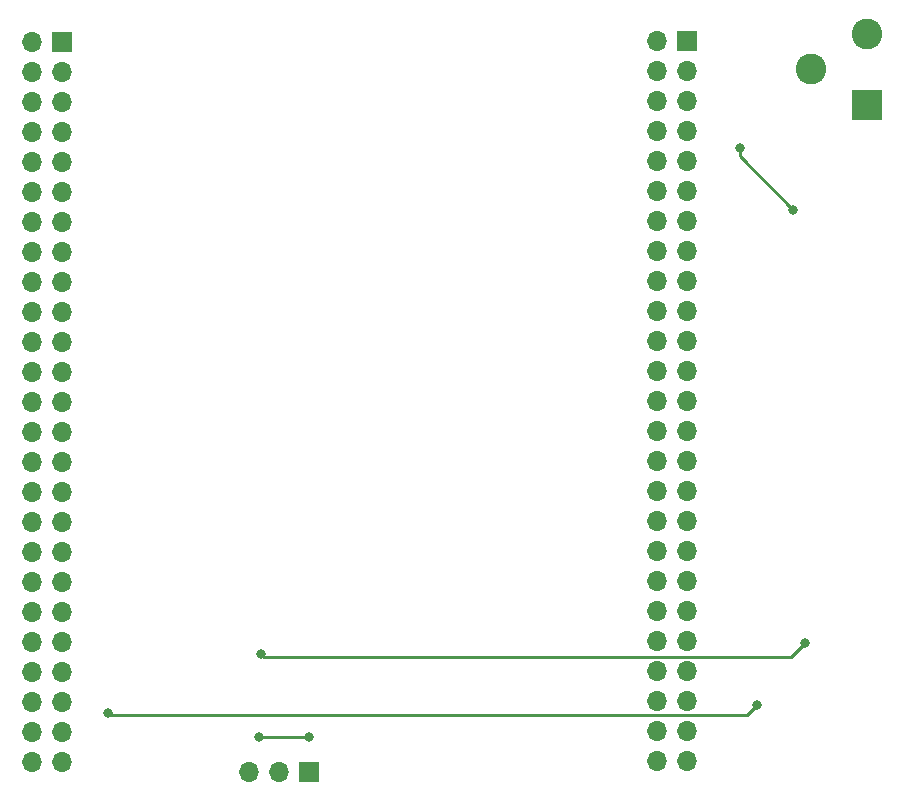
<source format=gbr>
%TF.GenerationSoftware,KiCad,Pcbnew,(7.0.0)*%
%TF.CreationDate,2023-05-31T19:24:38-06:00*%
%TF.ProjectId,STM32 LED Shield,53544d33-3220-44c4-9544-20536869656c,rev?*%
%TF.SameCoordinates,Original*%
%TF.FileFunction,Copper,L2,Bot*%
%TF.FilePolarity,Positive*%
%FSLAX46Y46*%
G04 Gerber Fmt 4.6, Leading zero omitted, Abs format (unit mm)*
G04 Created by KiCad (PCBNEW (7.0.0)) date 2023-05-31 19:24:38*
%MOMM*%
%LPD*%
G01*
G04 APERTURE LIST*
%TA.AperFunction,ComponentPad*%
%ADD10R,1.700000X1.700000*%
%TD*%
%TA.AperFunction,ComponentPad*%
%ADD11O,1.700000X1.700000*%
%TD*%
%TA.AperFunction,ComponentPad*%
%ADD12R,2.600000X2.600000*%
%TD*%
%TA.AperFunction,ComponentPad*%
%ADD13C,2.600000*%
%TD*%
%TA.AperFunction,ViaPad*%
%ADD14C,0.800000*%
%TD*%
%TA.AperFunction,Conductor*%
%ADD15C,0.250000*%
%TD*%
G04 APERTURE END LIST*
D10*
%TO.P,J2,1,Pin_1*%
%TO.N,unconnected-(J2-Pin_1-Pad1)*%
X130759199Y-59131199D03*
D11*
%TO.P,J2,2,Pin_2*%
%TO.N,unconnected-(J2-Pin_2-Pad2)*%
X128219199Y-59131199D03*
%TO.P,J2,3,Pin_3*%
%TO.N,unconnected-(J2-Pin_3-Pad3)*%
X130759199Y-61671199D03*
%TO.P,J2,4,Pin_4*%
%TO.N,+5V*%
X128219199Y-61671199D03*
%TO.P,J2,5,Pin_5*%
%TO.N,unconnected-(J2-Pin_5-Pad5)*%
X130759199Y-64211199D03*
%TO.P,J2,6,Pin_6*%
%TO.N,unconnected-(J2-Pin_6-Pad6)*%
X128219199Y-64211199D03*
%TO.P,J2,7,Pin_7*%
%TO.N,unconnected-(J2-Pin_7-Pad7)*%
X130759199Y-66751199D03*
%TO.P,J2,8,Pin_8*%
%TO.N,unconnected-(J2-Pin_8-Pad8)*%
X128219199Y-66751199D03*
%TO.P,J2,9,Pin_9*%
%TO.N,unconnected-(J2-Pin_9-Pad9)*%
X130759199Y-69291199D03*
%TO.P,J2,10,Pin_10*%
%TO.N,unconnected-(J2-Pin_10-Pad10)*%
X128219199Y-69291199D03*
%TO.P,J2,11,Pin_11*%
%TO.N,unconnected-(J2-Pin_11-Pad11)*%
X130759199Y-71831199D03*
%TO.P,J2,12,Pin_12*%
%TO.N,unconnected-(J2-Pin_12-Pad12)*%
X128219199Y-71831199D03*
%TO.P,J2,13,Pin_13*%
%TO.N,unconnected-(J2-Pin_13-Pad13)*%
X130759199Y-74371199D03*
%TO.P,J2,14,Pin_14*%
%TO.N,unconnected-(J2-Pin_14-Pad14)*%
X128219199Y-74371199D03*
%TO.P,J2,15,Pin_15*%
%TO.N,unconnected-(J2-Pin_15-Pad15)*%
X130759199Y-76911199D03*
%TO.P,J2,16,Pin_16*%
%TO.N,unconnected-(J2-Pin_16-Pad16)*%
X128219199Y-76911199D03*
%TO.P,J2,17,Pin_17*%
%TO.N,unconnected-(J2-Pin_17-Pad17)*%
X130759199Y-79451199D03*
%TO.P,J2,18,Pin_18*%
%TO.N,unconnected-(J2-Pin_18-Pad18)*%
X128219199Y-79451199D03*
%TO.P,J2,19,Pin_19*%
%TO.N,unconnected-(J2-Pin_19-Pad19)*%
X130759199Y-81991199D03*
%TO.P,J2,20,Pin_20*%
%TO.N,unconnected-(J2-Pin_20-Pad20)*%
X128219199Y-81991199D03*
%TO.P,J2,21,Pin_21*%
%TO.N,unconnected-(J2-Pin_21-Pad21)*%
X130759199Y-84531199D03*
%TO.P,J2,22,Pin_22*%
%TO.N,unconnected-(J2-Pin_22-Pad22)*%
X128219199Y-84531199D03*
%TO.P,J2,23,Pin_23*%
%TO.N,unconnected-(J2-Pin_23-Pad23)*%
X130759199Y-87071199D03*
%TO.P,J2,24,Pin_24*%
%TO.N,unconnected-(J2-Pin_24-Pad24)*%
X128219199Y-87071199D03*
%TO.P,J2,25,Pin_25*%
%TO.N,unconnected-(J2-Pin_25-Pad25)*%
X130759199Y-89611199D03*
%TO.P,J2,26,Pin_26*%
%TO.N,unconnected-(J2-Pin_26-Pad26)*%
X128219199Y-89611199D03*
%TO.P,J2,27,Pin_27*%
%TO.N,unconnected-(J2-Pin_27-Pad27)*%
X130759199Y-92151199D03*
%TO.P,J2,28,Pin_28*%
%TO.N,unconnected-(J2-Pin_28-Pad28)*%
X128219199Y-92151199D03*
%TO.P,J2,29,Pin_29*%
%TO.N,unconnected-(J2-Pin_29-Pad29)*%
X130759199Y-94691199D03*
%TO.P,J2,30,Pin_30*%
%TO.N,unconnected-(J2-Pin_30-Pad30)*%
X128219199Y-94691199D03*
%TO.P,J2,31,Pin_31*%
%TO.N,unconnected-(J2-Pin_31-Pad31)*%
X130759199Y-97231199D03*
%TO.P,J2,32,Pin_32*%
%TO.N,unconnected-(J2-Pin_32-Pad32)*%
X128219199Y-97231199D03*
%TO.P,J2,33,Pin_33*%
%TO.N,unconnected-(J2-Pin_33-Pad33)*%
X130759199Y-99771199D03*
%TO.P,J2,34,Pin_34*%
%TO.N,unconnected-(J2-Pin_34-Pad34)*%
X128219199Y-99771199D03*
%TO.P,J2,35,Pin_35*%
%TO.N,unconnected-(J2-Pin_35-Pad35)*%
X130759199Y-102311199D03*
%TO.P,J2,36,Pin_36*%
%TO.N,unconnected-(J2-Pin_36-Pad36)*%
X128219199Y-102311199D03*
%TO.P,J2,37,Pin_37*%
%TO.N,unconnected-(J2-Pin_37-Pad37)*%
X130759199Y-104851199D03*
%TO.P,J2,38,Pin_38*%
%TO.N,unconnected-(J2-Pin_38-Pad38)*%
X128219199Y-104851199D03*
%TO.P,J2,39,Pin_39*%
%TO.N,unconnected-(J2-Pin_39-Pad39)*%
X130759199Y-107391199D03*
%TO.P,J2,40,Pin_40*%
%TO.N,unconnected-(J2-Pin_40-Pad40)*%
X128219199Y-107391199D03*
%TO.P,J2,41,Pin_41*%
%TO.N,unconnected-(J2-Pin_41-Pad41)*%
X130759199Y-109931199D03*
%TO.P,J2,42,Pin_42*%
%TO.N,unconnected-(J2-Pin_42-Pad42)*%
X128219199Y-109931199D03*
%TO.P,J2,43,Pin_43*%
%TO.N,unconnected-(J2-Pin_43-Pad43)*%
X130759199Y-112471199D03*
%TO.P,J2,44,Pin_44*%
%TO.N,unconnected-(J2-Pin_44-Pad44)*%
X128219199Y-112471199D03*
%TO.P,J2,45,Pin_45*%
%TO.N,unconnected-(J2-Pin_45-Pad45)*%
X130759199Y-115011199D03*
%TO.P,J2,46,Pin_46*%
%TO.N,unconnected-(J2-Pin_46-Pad46)*%
X128219199Y-115011199D03*
%TO.P,J2,47,Pin_47*%
%TO.N,unconnected-(J2-Pin_47-Pad47)*%
X130759199Y-117551199D03*
%TO.P,J2,48,Pin_48*%
%TO.N,unconnected-(J2-Pin_48-Pad48)*%
X128219199Y-117551199D03*
%TO.P,J2,49,Pin_49*%
%TO.N,unconnected-(J2-Pin_49-Pad49)*%
X130759199Y-120091199D03*
%TO.P,J2,50,Pin_50*%
%TO.N,unconnected-(J2-Pin_50-Pad50)*%
X128219199Y-120091199D03*
%TD*%
D10*
%TO.P,J1,1,Pin_1*%
%TO.N,unconnected-(J1-Pin_1-Pad1)*%
X77825599Y-59232799D03*
D11*
%TO.P,J1,2,Pin_2*%
%TO.N,unconnected-(J1-Pin_2-Pad2)*%
X75285599Y-59232799D03*
%TO.P,J1,3,Pin_3*%
%TO.N,unconnected-(J1-Pin_3-Pad3)*%
X77825599Y-61772799D03*
%TO.P,J1,4,Pin_4*%
%TO.N,unconnected-(J1-Pin_4-Pad4)*%
X75285599Y-61772799D03*
%TO.P,J1,5,Pin_5*%
%TO.N,unconnected-(J1-Pin_5-Pad5)*%
X77825599Y-64312799D03*
%TO.P,J1,6,Pin_6*%
%TO.N,unconnected-(J1-Pin_6-Pad6)*%
X75285599Y-64312799D03*
%TO.P,J1,7,Pin_7*%
%TO.N,unconnected-(J1-Pin_7-Pad7)*%
X77825599Y-66852799D03*
%TO.P,J1,8,Pin_8*%
%TO.N,unconnected-(J1-Pin_8-Pad8)*%
X75285599Y-66852799D03*
%TO.P,J1,9,Pin_9*%
%TO.N,unconnected-(J1-Pin_9-Pad9)*%
X77825599Y-69392799D03*
%TO.P,J1,10,Pin_10*%
%TO.N,unconnected-(J1-Pin_10-Pad10)*%
X75285599Y-69392799D03*
%TO.P,J1,11,Pin_11*%
%TO.N,unconnected-(J1-Pin_11-Pad11)*%
X77825599Y-71932799D03*
%TO.P,J1,12,Pin_12*%
%TO.N,unconnected-(J1-Pin_12-Pad12)*%
X75285599Y-71932799D03*
%TO.P,J1,13,Pin_13*%
%TO.N,unconnected-(J1-Pin_13-Pad13)*%
X77825599Y-74472799D03*
%TO.P,J1,14,Pin_14*%
%TO.N,unconnected-(J1-Pin_14-Pad14)*%
X75285599Y-74472799D03*
%TO.P,J1,15,Pin_15*%
%TO.N,unconnected-(J1-Pin_15-Pad15)*%
X77825599Y-77012799D03*
%TO.P,J1,16,Pin_16*%
%TO.N,unconnected-(J1-Pin_16-Pad16)*%
X75285599Y-77012799D03*
%TO.P,J1,17,Pin_17*%
%TO.N,unconnected-(J1-Pin_17-Pad17)*%
X77825599Y-79552799D03*
%TO.P,J1,18,Pin_18*%
%TO.N,LED_DATA*%
X75285599Y-79552799D03*
%TO.P,J1,19,Pin_19*%
%TO.N,unconnected-(J1-Pin_19-Pad19)*%
X77825599Y-82092799D03*
%TO.P,J1,20,Pin_20*%
%TO.N,unconnected-(J1-Pin_20-Pad20)*%
X75285599Y-82092799D03*
%TO.P,J1,21,Pin_21*%
%TO.N,unconnected-(J1-Pin_21-Pad21)*%
X77825599Y-84632799D03*
%TO.P,J1,22,Pin_22*%
%TO.N,unconnected-(J1-Pin_22-Pad22)*%
X75285599Y-84632799D03*
%TO.P,J1,23,Pin_23*%
%TO.N,unconnected-(J1-Pin_23-Pad23)*%
X77825599Y-87172799D03*
%TO.P,J1,24,Pin_24*%
%TO.N,unconnected-(J1-Pin_24-Pad24)*%
X75285599Y-87172799D03*
%TO.P,J1,25,Pin_25*%
%TO.N,unconnected-(J1-Pin_25-Pad25)*%
X77825599Y-89712799D03*
%TO.P,J1,26,Pin_26*%
%TO.N,unconnected-(J1-Pin_26-Pad26)*%
X75285599Y-89712799D03*
%TO.P,J1,27,Pin_27*%
%TO.N,unconnected-(J1-Pin_27-Pad27)*%
X77825599Y-92252799D03*
%TO.P,J1,28,Pin_28*%
%TO.N,unconnected-(J1-Pin_28-Pad28)*%
X75285599Y-92252799D03*
%TO.P,J1,29,Pin_29*%
%TO.N,unconnected-(J1-Pin_29-Pad29)*%
X77825599Y-94792799D03*
%TO.P,J1,30,Pin_30*%
%TO.N,unconnected-(J1-Pin_30-Pad30)*%
X75285599Y-94792799D03*
%TO.P,J1,31,Pin_31*%
%TO.N,unconnected-(J1-Pin_31-Pad31)*%
X77825599Y-97332799D03*
%TO.P,J1,32,Pin_32*%
%TO.N,unconnected-(J1-Pin_32-Pad32)*%
X75285599Y-97332799D03*
%TO.P,J1,33,Pin_33*%
%TO.N,unconnected-(J1-Pin_33-Pad33)*%
X77825599Y-99872799D03*
%TO.P,J1,34,Pin_34*%
%TO.N,unconnected-(J1-Pin_34-Pad34)*%
X75285599Y-99872799D03*
%TO.P,J1,35,Pin_35*%
%TO.N,unconnected-(J1-Pin_35-Pad35)*%
X77825599Y-102412799D03*
%TO.P,J1,36,Pin_36*%
%TO.N,unconnected-(J1-Pin_36-Pad36)*%
X75285599Y-102412799D03*
%TO.P,J1,37,Pin_37*%
%TO.N,unconnected-(J1-Pin_37-Pad37)*%
X77825599Y-104952799D03*
%TO.P,J1,38,Pin_38*%
%TO.N,unconnected-(J1-Pin_38-Pad38)*%
X75285599Y-104952799D03*
%TO.P,J1,39,Pin_39*%
%TO.N,unconnected-(J1-Pin_39-Pad39)*%
X77825599Y-107492799D03*
%TO.P,J1,40,Pin_40*%
%TO.N,unconnected-(J1-Pin_40-Pad40)*%
X75285599Y-107492799D03*
%TO.P,J1,41,Pin_41*%
%TO.N,unconnected-(J1-Pin_41-Pad41)*%
X77825599Y-110032799D03*
%TO.P,J1,42,Pin_42*%
%TO.N,unconnected-(J1-Pin_42-Pad42)*%
X75285599Y-110032799D03*
%TO.P,J1,43,Pin_43*%
%TO.N,unconnected-(J1-Pin_43-Pad43)*%
X77825599Y-112572799D03*
%TO.P,J1,44,Pin_44*%
%TO.N,Button*%
X75285599Y-112572799D03*
%TO.P,J1,45,Pin_45*%
%TO.N,unconnected-(J1-Pin_45-Pad45)*%
X77825599Y-115112799D03*
%TO.P,J1,46,Pin_46*%
%TO.N,unconnected-(J1-Pin_46-Pad46)*%
X75285599Y-115112799D03*
%TO.P,J1,47,Pin_47*%
%TO.N,unconnected-(J1-Pin_47-Pad47)*%
X77825599Y-117652799D03*
%TO.P,J1,48,Pin_48*%
%TO.N,unconnected-(J1-Pin_48-Pad48)*%
X75285599Y-117652799D03*
%TO.P,J1,49,Pin_49*%
%TO.N,GND*%
X77825599Y-120192799D03*
%TO.P,J1,50,Pin_50*%
%TO.N,unconnected-(J1-Pin_50-Pad50)*%
X75285599Y-120192799D03*
%TD*%
D12*
%TO.P,J3,1*%
%TO.N,+5V*%
X145987199Y-64518399D03*
D13*
%TO.P,J3,2*%
%TO.N,GND_EXT*%
X145987200Y-58518400D03*
%TO.P,J3,3*%
X141287200Y-61518400D03*
%TD*%
D10*
%TO.P,J4,1,Pin_1*%
%TO.N,GND*%
X98755199Y-121005599D03*
D11*
%TO.P,J4,2,Pin_2*%
%TO.N,LED_DATA*%
X96215199Y-121005599D03*
%TO.P,J4,3,Pin_3*%
%TO.N,unconnected-(J4-Pin_3-Pad3)*%
X93675199Y-121005599D03*
%TD*%
D14*
%TO.N,*%
X139750800Y-73406000D03*
X135229600Y-68173600D03*
%TO.N,Button*%
X94742000Y-111048800D03*
X140766800Y-110134400D03*
%TO.N,GND*%
X81737200Y-116027200D03*
X136702800Y-115316000D03*
X98806000Y-118059200D03*
X94538800Y-118059200D03*
%TD*%
D15*
%TO.N,*%
X135229600Y-68884800D02*
X135229600Y-68173600D01*
X139750800Y-73406000D02*
X135229600Y-68884800D01*
%TO.N,Button*%
X139605000Y-111296200D02*
X140766800Y-110134400D01*
X94742000Y-111048800D02*
X94989400Y-111296200D01*
X94989400Y-111296200D02*
X139605000Y-111296200D01*
%TO.N,GND*%
X136702800Y-115316000D02*
X135832600Y-116186200D01*
X81896200Y-116186200D02*
X81737200Y-116027200D01*
X135832600Y-116186200D02*
X81896200Y-116186200D01*
X94538800Y-118059200D02*
X98806000Y-118059200D01*
%TD*%
M02*

</source>
